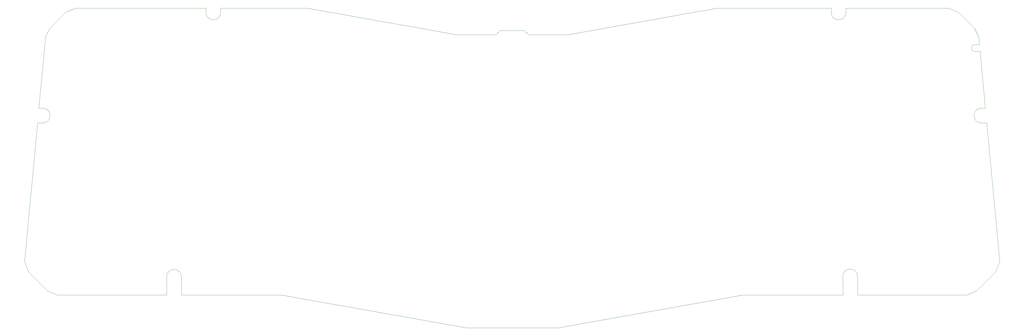
<source format=gbr>
G04 #@! TF.GenerationSoftware,KiCad,Pcbnew,(5.99.0-2612-g32a7d0025-dirty)*
G04 #@! TF.CreationDate,2020-08-10T15:08:22+02:00*
G04 #@! TF.ProjectId,BMEK_Hotswap,424d454b-5f48-46f7-9473-7761702e6b69,1*
G04 #@! TF.SameCoordinates,Original*
G04 #@! TF.FileFunction,Profile,NP*
%FSLAX46Y46*%
G04 Gerber Fmt 4.6, Leading zero omitted, Abs format (unit mm)*
G04 Created by KiCad (PCBNEW (5.99.0-2612-g32a7d0025-dirty)) date 2020-08-10 15:08:22*
%MOMM*%
%LPD*%
G01*
G04 APERTURE LIST*
G04 #@! TA.AperFunction,Profile*
%ADD10C,0.100000*%
G04 #@! TD*
G04 APERTURE END LIST*
D10*
X22479000Y-116459000D02*
X26035000Y-117983000D01*
X312166000Y-15367000D02*
X312166000Y-13843000D01*
X116840000Y-13843000D02*
X171069000Y-23495000D01*
X85344000Y-15367000D02*
X85344000Y-13843000D01*
X18923000Y-55499000D02*
X20828000Y-55499000D01*
X19383114Y-50165000D02*
X21844000Y-24257000D01*
X186563000Y-21971000D02*
X195580000Y-21971000D01*
X65786000Y-111379000D02*
X65786000Y-117983000D01*
X359029000Y-29591153D02*
X360807000Y-29591000D01*
X363220000Y-55499000D02*
X367919000Y-105791000D01*
X316357000Y-117983000D02*
X316357000Y-111252000D01*
X360299000Y-24257000D02*
X360553000Y-27051000D01*
X20828000Y-50165000D02*
X19383114Y-50165000D01*
X352933000Y-15367000D02*
X358775000Y-21209000D01*
X361315000Y-55499000D02*
X363220000Y-55499000D01*
X312166000Y-13843000D02*
X349377000Y-13843000D01*
X356108000Y-117983000D02*
X316357000Y-117983000D01*
X366395000Y-109601000D02*
X367919000Y-105791000D01*
X356108000Y-117983000D02*
X359537000Y-116459000D01*
X71120000Y-117983000D02*
X71120000Y-111379000D01*
X65786000Y-117983000D02*
X26035000Y-117983000D01*
X23241000Y-21209000D02*
X21844000Y-24257000D01*
X207645000Y-129921000D02*
X174625000Y-129921000D01*
X196977000Y-23495000D02*
X211201000Y-23495000D01*
X23241000Y-21209000D02*
X29210000Y-15240000D01*
X311023000Y-111252000D02*
X311023000Y-117983000D01*
X366395000Y-109601000D02*
X359537000Y-116459000D01*
X171069000Y-23495000D02*
X185166000Y-23495000D01*
X360807000Y-29591000D02*
X362712000Y-50165000D01*
X265303000Y-13811478D02*
X306832000Y-13843000D01*
X306832000Y-13843000D02*
X306832000Y-15367000D01*
X14224000Y-105664000D02*
X18923000Y-55499000D01*
X360553000Y-27051000D02*
X359029000Y-27051000D01*
X360299000Y-24257000D02*
X358775000Y-21209000D01*
X107368404Y-117983000D02*
X71120000Y-117983000D01*
X362712000Y-50165000D02*
X361315000Y-50165000D01*
X80010000Y-13843000D02*
X80010000Y-15367000D01*
X274701000Y-117972073D02*
X207645000Y-129921000D01*
X14224000Y-105664000D02*
X15621000Y-109601000D01*
X352933000Y-15367000D02*
X349377000Y-13843000D01*
X85344000Y-13843000D02*
X116840000Y-13843000D01*
X185166000Y-23495000D02*
X186563000Y-21971000D01*
X311023000Y-117983000D02*
X274701000Y-117972073D01*
X195580000Y-21971000D02*
X196977000Y-23495000D01*
X32766000Y-13843000D02*
X80010000Y-13843000D01*
X22479000Y-116459000D02*
X15621000Y-109601000D01*
X174625000Y-129921000D02*
X107368404Y-117983000D01*
X211201000Y-23495000D02*
X265303000Y-13811478D01*
X32766000Y-13843000D02*
X29210000Y-15240000D01*
X359029000Y-29591000D02*
G75*
G02*
X359029000Y-27051000I0J1270000D01*
G01*
X20828000Y-50165000D02*
G75*
G02*
X20828000Y-55499000I0J-2667000D01*
G01*
X311023000Y-111252000D02*
G75*
G02*
X316357000Y-111252000I2667000J0D01*
G01*
X361315000Y-55499000D02*
G75*
G02*
X361315000Y-50165000I0J2667000D01*
G01*
X85344000Y-15367000D02*
G75*
G02*
X80010000Y-15367000I-2667000J0D01*
G01*
X65786000Y-111379000D02*
G75*
G02*
X71120000Y-111379000I2667000J0D01*
G01*
X312166000Y-15367000D02*
G75*
G02*
X306832000Y-15367000I-2667000J0D01*
G01*
M02*

</source>
